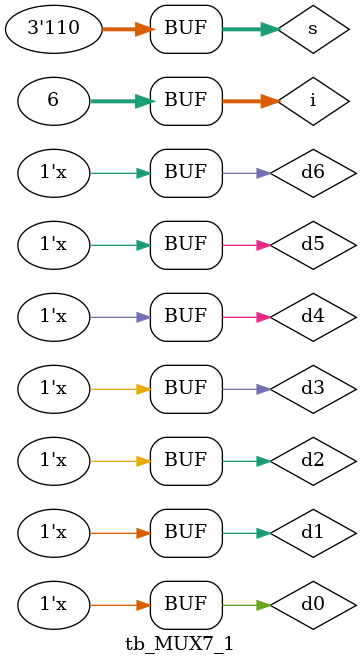
<source format=sv>
module sim;

    initial begin
        $dumpfile("dump.vcd");
        $dumpvars;
        #210
        $finish;
    end

endmodule

module tb_MUX7_1;

    reg d0, d1, d2, d3, d4, d5, d6;
    reg [2:0] s;
    wire y;
    integer i;

    MUX7_1 mux(.data({d0, d1, d2, d3, d4, d5, d6}), .sel(s), .y(y));

    always #1 d0 = ~d0;
    always #2 d1 = ~d1;
    always #4 d2 = ~d2;
    always #6 d3 = ~d3;
    always #4 d4 = ~d4;
    always #2 d5 = ~d5;
    always #1 d6 = ~d6;

    initial begin
        d0 = 1'b0;
        d1 = 1'b0;
        d2 = 1'b0;
        d3 = 1'b0;
        d4 = 1'b0;
        d5 = 1'b0;
        d6 = 1'b0;
        s = 3'h0;

        for (i = 0; i < 6; i = i + 1)
            #30 s = s + 1'b1;
    end

endmodule
</source>
